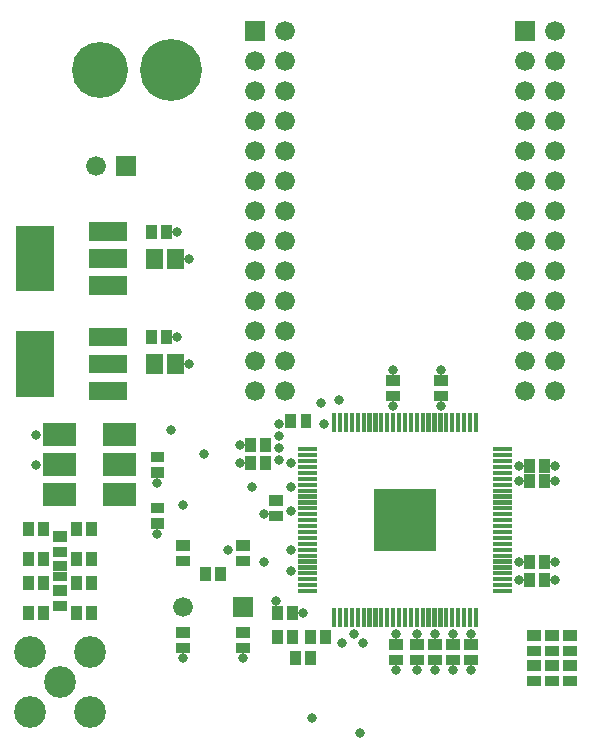
<source format=gbr>
G04 start of page 8 for group -4063 idx -4063 *
G04 Title: (unknown), componentmask *
G04 Creator: pcb 1.99z *
G04 CreationDate: Sun 01 Aug 2010 05:53:12 AM GMT UTC *
G04 For: jensen *
G04 Format: Gerber/RS-274X *
G04 PCB-Dimensions: 200000 250000 *
G04 PCB-Coordinate-Origin: lower left *
%MOIN*%
%FSLAX25Y25*%
%LNFRONTMASK*%
%ADD11C,0.0200*%
%ADD38C,0.0660*%
%ADD39C,0.1871*%
%ADD40C,0.2068*%
%ADD41C,0.1060*%
%ADD42C,0.0320*%
%ADD43R,0.0620X0.0620*%
%ADD44R,0.1280X0.1280*%
%ADD45R,0.0355X0.0355*%
%ADD46R,0.0572X0.0572*%
%ADD47R,0.0140X0.0140*%
%ADD48R,0.0750X0.0750*%
%ADD49R,0.0320X0.0320*%
G54D38*X87900Y190000D03*
Y180000D03*
Y170000D03*
X97900Y190000D03*
Y180000D03*
Y170000D03*
Y160000D03*
Y150000D03*
Y140000D03*
X87900Y160000D03*
Y150000D03*
Y140000D03*
Y130000D03*
X97900D03*
X87900Y120000D03*
X97900D03*
X87900Y220000D03*
X97900D03*
X87900Y210000D03*
X97900D03*
G54D11*G36*
X84600Y243300D02*Y236700D01*
X91200D01*
Y243300D01*
X84600D01*
G37*
G54D38*X97900Y240000D03*
X87900Y230000D03*
X97900D03*
X87900Y200000D03*
X97900D03*
G54D11*G36*
X41700Y198300D02*Y191700D01*
X48300D01*
Y198300D01*
X41700D01*
G37*
G54D38*X35000Y195000D03*
G54D39*X36377Y227000D03*
G54D40*X60000D03*
G54D11*G36*
X174700Y243300D02*Y236700D01*
X181300D01*
Y243300D01*
X174700D01*
G37*
G54D38*X188000Y240000D03*
X178000Y230000D03*
X188000D03*
X178000Y220000D03*
X188000D03*
X178000Y210000D03*
X188000D03*
Y200000D03*
Y190000D03*
X178000Y200000D03*
Y190000D03*
Y180000D03*
Y170000D03*
Y160000D03*
Y150000D03*
X188000Y180000D03*
Y170000D03*
Y160000D03*
Y150000D03*
X178000Y140000D03*
X188000D03*
Y130000D03*
Y120000D03*
X178000Y130000D03*
Y120000D03*
G54D11*G36*
X80700Y51300D02*Y44700D01*
X87300D01*
Y51300D01*
X80700D01*
G37*
G54D38*X64000Y48000D03*
G54D41*X13000Y33000D03*
X33000D03*
X23000Y23000D03*
X13000Y13000D03*
X33000D03*
G54D42*X62000Y138000D03*
Y173000D03*
X66000Y129000D03*
Y164000D03*
X15000Y95500D03*
Y105500D03*
X71000Y99000D03*
X83000Y96000D03*
Y102000D03*
X60000Y107000D03*
X55500Y89500D03*
X91000Y79000D03*
X87000Y88000D03*
X84000Y31000D03*
X79000Y67000D03*
X91000Y63000D03*
X55500Y72500D03*
X64000Y82000D03*
Y31000D03*
X150000Y127000D03*
Y115000D03*
X135000Y39000D03*
Y27000D03*
X154000Y39000D03*
X160000D03*
X142000D03*
X148000D03*
X121000D03*
X142000Y27000D03*
X160000D03*
X154000D03*
X148000D03*
X117000Y36000D03*
X124000D03*
X134000Y115000D03*
X116000Y117000D03*
X134000Y127000D03*
X100000Y60000D03*
Y80000D03*
Y88000D03*
Y67000D03*
X95000Y50000D03*
X104000Y46000D03*
X100000Y96000D03*
X96000Y101000D03*
Y97000D03*
X110000Y116000D03*
X107000Y11000D03*
X123000Y6000D03*
X111000Y109000D03*
X96000D03*
Y105000D03*
X188000Y63000D03*
Y57000D03*
X176000Y63000D03*
Y57000D03*
Y90000D03*
Y95000D03*
X188000Y90000D03*
Y95000D03*
G54D43*X35700Y120000D02*X42300D01*
X35700Y129000D02*X42300D01*
G54D44*X14600Y133500D02*Y124500D01*
G54D43*X35700Y138100D02*X42300D01*
G54D45*X58559Y138492D02*Y137508D01*
X53441Y138492D02*Y137508D01*
G54D46*X61543Y129393D02*Y128607D01*
X54457Y129393D02*Y128607D01*
G54D45*X94508Y83559D02*X95492D01*
G54D47*X102992Y100622D02*X107890D01*
X102992Y98654D02*X107890D01*
X102992Y94717D02*X107890D01*
X102992Y90780D02*X107890D01*
X102992Y88811D02*X107890D01*
X102992Y86843D02*X107890D01*
X102992Y84874D02*X107890D01*
X102992Y82906D02*X107890D01*
G54D45*X91559Y102492D02*Y101508D01*
X99882Y110492D02*Y109508D01*
X105000Y110492D02*Y109508D01*
G54D47*X136032Y112008D02*Y107110D01*
G54D45*X133508Y123559D02*X134492D01*
X133508Y118441D02*X134492D01*
G54D47*X134063Y112008D02*Y107110D01*
X132095Y112008D02*Y107110D01*
X130126Y112008D02*Y107110D01*
X128158Y112008D02*Y107110D01*
X126189Y112008D02*Y107110D01*
X124221Y112008D02*Y107110D01*
X122252Y112008D02*Y107110D01*
X120284Y112008D02*Y107110D01*
X118315Y112008D02*Y107110D01*
X116347Y112008D02*Y107110D01*
X114378Y112008D02*Y107110D01*
G54D46*X61543Y164393D02*Y163607D01*
G54D45*X58559Y173492D02*Y172508D01*
X53441Y173492D02*Y172508D01*
G54D46*X54457Y164393D02*Y163607D01*
G54D43*X35700Y164172D02*X42300D01*
X35700Y173272D02*X42300D01*
X35700Y155172D02*X42300D01*
G54D44*X14600Y168672D02*Y159672D01*
G54D47*X102992Y96685D02*X107890D01*
G54D45*X86441Y96492D02*Y95508D01*
X91559Y96492D02*Y95508D01*
X55008Y98059D02*X55992D01*
G54D47*X102992Y92748D02*X107890D01*
G54D45*X55008Y92941D02*X55992D01*
X86441Y102492D02*Y101508D01*
G54D48*X21250Y105500D02*X24750D01*
X21250Y95500D02*X24750D01*
X21250Y85500D02*X24750D01*
X41250D02*X44750D01*
X41250Y95500D02*X44750D01*
X41250Y105500D02*X44750D01*
G54D45*X141508Y30441D02*X142492D01*
X141508Y35559D02*X142492D01*
G54D47*X141937Y46890D02*Y41992D01*
G54D11*G36*
X127757Y87243D02*Y66758D01*
X148242D01*
Y87243D01*
X127757D01*
G37*
G54D47*X143905Y46890D02*Y41992D01*
X145874Y46890D02*Y41992D01*
X147842Y46890D02*Y41992D01*
X149811Y46890D02*Y41992D01*
G54D45*X153508Y30441D02*X154492D01*
X159508D02*X160492D01*
X147508D02*X148492D01*
X153508Y35559D02*X154492D01*
X159508D02*X160492D01*
X147508D02*X148492D01*
G54D47*X118315Y46890D02*Y41992D01*
X120283Y46890D02*Y41992D01*
X122252Y46890D02*Y41992D01*
X124220Y46890D02*Y41992D01*
X126189Y46890D02*Y41992D01*
X128157Y46890D02*Y41992D01*
X130126Y46890D02*Y41992D01*
X132094Y46890D02*Y41992D01*
X134063Y46890D02*Y41992D01*
X136031Y46890D02*Y41992D01*
G54D45*X134508Y30441D02*X135492D01*
X134508Y35559D02*X135492D01*
G54D47*X138000Y46890D02*Y41992D01*
X139968Y46890D02*Y41992D01*
G54D45*X184559Y63492D02*Y62508D01*
Y95492D02*Y94508D01*
Y90492D02*Y89508D01*
X179441Y63492D02*Y62508D01*
Y95492D02*Y94508D01*
Y90492D02*Y89508D01*
G54D47*X168110Y73063D02*X173008D01*
X168110Y75031D02*X173008D01*
X168110Y77000D02*X173008D01*
X168110Y78968D02*X173008D01*
X168110Y80937D02*X173008D01*
X168110Y82905D02*X173008D01*
X168110Y84874D02*X173008D01*
X168110Y86842D02*X173008D01*
X168110Y88811D02*X173008D01*
X168110Y90779D02*X173008D01*
X168110Y92748D02*X173008D01*
X168110Y94716D02*X173008D01*
X168110Y96685D02*X173008D01*
X168110Y98653D02*X173008D01*
X168110Y100622D02*X173008D01*
X161622Y112008D02*Y107110D01*
X159654Y112008D02*Y107110D01*
X157685Y112008D02*Y107110D01*
X155717Y112008D02*Y107110D01*
X153748Y112008D02*Y107110D01*
X151780Y112008D02*Y107110D01*
X149811Y112008D02*Y107110D01*
X147843Y112008D02*Y107110D01*
X145874Y112008D02*Y107110D01*
X143906Y112008D02*Y107110D01*
X141937Y112008D02*Y107110D01*
X139969Y112008D02*Y107110D01*
X138000Y112008D02*Y107110D01*
G54D45*X149508Y123559D02*X150492D01*
X149508Y118441D02*X150492D01*
X83508Y63441D02*X84492D01*
X83508Y68559D02*X84492D01*
X63508Y63441D02*X64492D01*
X63508Y68559D02*X64492D01*
X76559Y59492D02*Y58508D01*
X55008Y81059D02*X55992D01*
X55008Y75941D02*X55992D01*
X28441Y56492D02*Y55508D01*
X22508Y53559D02*X23492D01*
X22508Y48441D02*X23492D01*
G54D49*X22200Y58200D02*X23800D01*
G54D45*X33559Y56492D02*Y55508D01*
X12441Y56492D02*Y55508D01*
X17559Y56492D02*Y55508D01*
X28441Y64492D02*Y63508D01*
X12441Y64492D02*Y63508D01*
X17559Y64492D02*Y63508D01*
X22508Y66441D02*X23492D01*
G54D49*X22200Y61800D02*X23800D01*
G54D45*X33559Y64492D02*Y63508D01*
X28441Y74492D02*Y73508D01*
X33559Y74492D02*Y73508D01*
X22508Y71559D02*X23492D01*
X12441Y74492D02*Y73508D01*
X17559Y74492D02*Y73508D01*
X28441Y46492D02*Y45508D01*
X33559Y46492D02*Y45508D01*
X12441Y46492D02*Y45508D01*
X17559Y46492D02*Y45508D01*
X94508Y78441D02*X95492D01*
G54D47*X102992Y80937D02*X107890D01*
X102992Y78969D02*X107890D01*
X102992Y77000D02*X107890D01*
G54D45*X71441Y59492D02*Y58508D01*
G54D47*X102992Y75032D02*X107890D01*
X102992Y73063D02*X107890D01*
X102992Y71095D02*X107890D01*
X102992Y69126D02*X107890D01*
X102992Y67158D02*X107890D01*
X102992Y65189D02*X107890D01*
X102992Y63221D02*X107890D01*
X102992Y61252D02*X107890D01*
X102992Y59284D02*X107890D01*
X102992Y57315D02*X107890D01*
X102992Y55347D02*X107890D01*
X102992Y53378D02*X107890D01*
X116346Y46890D02*Y41992D01*
G54D45*X100559Y46492D02*Y45508D01*
X95441Y46492D02*Y45508D01*
G54D47*X114378Y46890D02*Y41992D01*
G54D45*X111559Y38492D02*Y37508D01*
X106559Y31492D02*Y30508D01*
X101441Y31492D02*Y30508D01*
X106441Y38492D02*Y37508D01*
X100559Y38492D02*Y37508D01*
X95441Y38492D02*Y37508D01*
X83508Y39559D02*X84492D01*
X83508Y34441D02*X84492D01*
X63508Y39559D02*X64492D01*
X63508Y34441D02*X64492D01*
G54D47*X151779Y46890D02*Y41992D01*
X153748Y46890D02*Y41992D01*
X155716Y46890D02*Y41992D01*
X157685Y46890D02*Y41992D01*
X159653Y46890D02*Y41992D01*
X161622Y46890D02*Y41992D01*
X168110Y53378D02*X173008D01*
X168110Y55346D02*X173008D01*
X168110Y57315D02*X173008D01*
X168110Y59283D02*X173008D01*
X168110Y61252D02*X173008D01*
X168110Y63220D02*X173008D01*
X168110Y65189D02*X173008D01*
X168110Y67157D02*X173008D01*
X168110Y69126D02*X173008D01*
X168110Y71094D02*X173008D01*
G54D45*X184559Y57492D02*Y56508D01*
X179441Y57492D02*Y56508D01*
X192508Y23441D02*X193492D01*
X180508D02*X181492D01*
X186508D02*X187492D01*
X192508Y28559D02*X193492D01*
X180508D02*X181492D01*
X180508Y33441D02*X181492D01*
X192508D02*X193492D01*
X186508Y28559D02*X187492D01*
X186508Y33441D02*X187492D01*
X186508Y38559D02*X187492D01*
X180508D02*X181492D01*
X192508D02*X193492D01*
M02*

</source>
